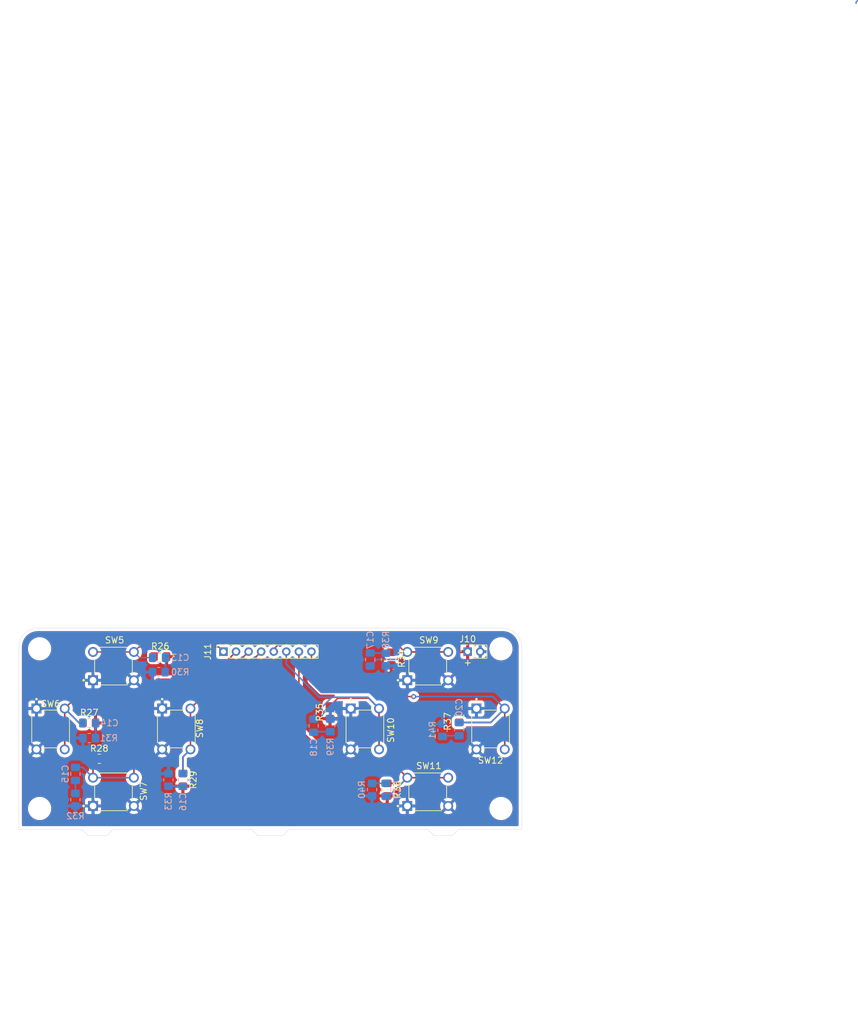
<source format=kicad_pcb>
(kicad_pcb (version 20240108) (generator "pcbnew") (generator_version "8.0")
  (layers (0 "F.Cu" signal) (31 "B.Cu" signal) (34 "B.Paste" user) (35 "F.Paste" user) (36 "B.SilkS" user "B.Silkscreen") (37 "F.SilkS" user "F.Silkscreen") (38 "B.Mask" user) (39 "F.Mask" user) (44 "Edge.Cuts" user))
  (net 0 "")
  (net 1 "GND")
  (net 2 "VDD")
  (net 3 "Net-(C13-Pad2)")
  (net 4 "Net-(C14-Pad2)")
  (net 5 "Net-(C15-Pad2)")
  (net 6 "Net-(C16-Pad2)")
  (net 7 "Net-(C17-Pad2)")
  (net 8 "Net-(C18-Pad2)")
  (net 9 "/Press buttons/Button 1")
  (net 10 "/Press buttons/Button 2")
  (net 11 "/Press buttons/Button 3")
  (net 12 "/Press buttons/Button 4")
  (net 13 "/Press buttons/Button 6")
  (net 14 "/Press buttons/Button 7")
  (net 15 "Net-(C19-Pad2)")
  (net 16 "/Press buttons/Button 8")
  (net 17 "Net-(C20-Pad2)")
  (net 18 "/Press buttons/Button 5")
  (footprint "Resistor_SMD:R_0805_2012Metric_Pad1.20x1.40mm_HandSolder" (layer "F.Cu") (at 147.206 88.909 -90)
    (property "Reference" "R35" (at 0 1.65 90) (layer "F.SilkS"))
    (property "Value" "4.7k")
    (fp_line (start -0.227064 0.735) (end 0.227064 0.735) (stroke (width 0.12)) (layer "F.SilkS"))
    (fp_line (start -0.227064 -0.735) (end 0.227064 -0.735) (stroke (width 0.12)) (layer "F.SilkS"))
    (pad "1" smd roundrect (at -1 0 270) (size 1.2 1.4) (layers "F.Cu" "F.Paste" "F.Mask") (roundrect_rratio 0.208333) (net 13 "/Press buttons/Button 6"))
    (pad "2" smd roundrect (at 1 0 270) (size 1.2 1.4) (layers "F.Cu" "F.Paste" "F.Mask") (roundrect_rratio 0.208333) (net 2 "VDD"))
  )
  (footprint "Resistor_SMD:R_0805_2012Metric_Pad1.20x1.40mm_HandSolder" (layer "F.Cu") (at 120.206 80.059)
    (property "Reference" "R26" (at 0 -1.65 0) (layer "F.SilkS"))
    (property "Value" "4.7k")
    (fp_line (start -0.227064 -0.735) (end 0.227064 -0.735) (stroke (width 0.12)) (layer "F.SilkS"))
    (fp_line (start -0.227064 0.735) (end 0.227064 0.735) (stroke (width 0.12)) (layer "F.SilkS"))
    (pad "1" smd roundrect (at -1 0) (size 1.2 1.4) (layers "F.Cu" "F.Paste" "F.Mask") (roundrect_rratio 0.208333) (net 9 "/Press buttons/Button 1"))
    (pad "2" smd roundrect (at 1 0) (size 1.2 1.4) (layers "F.Cu" "F.Paste" "F.Mask") (roundrect_rratio 0.208333) (net 2 "VDD"))
  )
  (footprint "" (layer "F.Cu") (at 101.006 78.809 -90)
    (property "Reference" "" (hide yes))
    (property "Value" "")
    (pad "" np_thru_hole circle (at 0 0 270) (size 3.2 3.2) (drill 3.2) (layers "*.Mask" "F.Cu" "In1.Cu" "In2.Cu" "B.Cu"))
  )
  (footprint "2048_footprints:SW_TL1105SPF160Q" (layer "F.Cu") (at 162.756 81.559)
    (property "Reference" "SW9" (at 0.175 -4.1275 0) (layer "F.SilkS"))
    (property "Value" "Button")
    (fp_line (start -3 -1.18) (end -3 1.18) (stroke (width 0.127)) (layer "F.SilkS"))
    (fp_line (start -2.18 -3) (end 2.18 -3) (stroke (width 0.127)) (layer "F.SilkS"))
    (fp_line (start -2.18 3) (end 2.18 3) (stroke (width 0.127)) (layer "F.SilkS"))
    (fp_line (start 3 -1.18) (end 3 1.18) (stroke (width 0.127)) (layer "F.SilkS"))
    (fp_circle (center -4.75 2.25) (end -4.65 2.25) (stroke (width 0.2)) (fill none) (layer "F.SilkS"))
    (pad "1" thru_hole rect (at -3.25 2.25) (size 1.575 1.575) (drill 1.05) (layers "*.Cu" "*.Mask") (net 1 "GND"))
    (pad "2" thru_hole circle (at 3.25 2.25) (size 1.575 1.575) (drill 1.05) (layers "*.Cu" "*.Mask") (net 1 "GND"))
    (pad "3" thru_hole circle (at -3.25 -2.25) (size 1.575 1.575) (drill 1.05) (layers "*.Cu" "*.Mask") (net 18 "/Press buttons/Button 5"))
    (pad "4" thru_hole circle (at 3.25 -2.25) (size 1.575 1.575) (drill 1.05) (layers "*.Cu" "*.Mask") (net 18 "/Press buttons/Button 5"))
  )
  (footprint "2048_footprints:SW_TL1105SPF160Q" (layer "F.Cu") (at 152.756 91.559 -90)
    (property "Reference" "SW10" (at 0.175 -4.1275 90) (layer "F.SilkS"))
    (property "Value" "Button")
    (fp_line (start -2.18 3) (end 2.18 3) (stroke (width 0.127)) (layer "F.SilkS"))
    (fp_line (start -3 -1.18) (end -3 1.18) (stroke (width 0.127)) (layer "F.SilkS"))
    (fp_line (start 3 -1.18) (end 3 1.18) (stroke (width 0.127)) (layer "F.SilkS"))
    (fp_line (start -2.18 -3) (end 2.18 -3) (stroke (width 0.127)) (layer "F.SilkS"))
    (fp_circle (center -4.75 2.25) (end -4.65 2.25) (stroke (width 0.2)) (fill none) (layer "F.SilkS"))
    (pad "1" thru_hole rect (at -3.25 2.25 270) (size 1.575 1.575) (drill 1.05) (layers "*.Cu" "*.Mask") (net 1 "GND"))
    (pad "2" thru_hole circle (at 3.25 2.25 270) (size 1.575 1.575) (drill 1.05) (layers "*.Cu" "*.Mask") (net 1 "GND"))
    (pad "3" thru_hole circle (at -3.25 -2.25 270) (size 1.575 1.575) (drill 1.05) (layers "*.Cu" "*.Mask") (net 13 "/Press buttons/Button 6"))
    (pad "4" thru_hole circle (at 3.25 -2.25 270) (size 1.575 1.575) (drill 1.05) (layers "*.Cu" "*.Mask") (net 13 "/Press buttons/Button 6"))
  )
  (footprint "" (layer "F.Cu") (at 174.406 78.809 -90)
    (property "Reference" "" (at 0 -0.15 90) (layer "F.SilkS") (effects (font (size 1.27 1.27))))
    (property "Value" "")
    (pad "" np_thru_hole circle (at 0 0 270) (size 3.2 3.2) (drill 3.2) (layers "*.Mask" "F.Cu" "In1.Cu" "In2.Cu" "B.Cu"))
  )
  (footprint "Resistor_SMD:R_0805_2012Metric_Pad1.20x1.40mm_HandSolder" (layer "F.Cu") (at 156.306 101.209 -90)
    (property "Reference" "R36" (at 0 -1.65 90) (layer "F.SilkS"))
    (property "Value" "4.7k")
    (fp_line (start -0.227064 0.735) (end 0.227064 0.735) (stroke (width 0.12)) (layer "F.SilkS"))
    (fp_line (start -0.227064 -0.735) (end 0.227064 -0.735) (stroke (width 0.12)) (layer "F.SilkS"))
    (pad "1" smd roundrect (at -1 0 270) (size 1.2 1.4) (layers "F.Cu" "F.Paste" "F.Mask") (roundrect_rratio 0.208333) (net 14 "/Press buttons/Button 7"))
    (pad "2" smd roundrect (at 1 0 270) (size 1.2 1.4) (layers "F.Cu" "F.Paste" "F.Mask") (roundrect_rratio 0.208333) (net 2 "VDD"))
  )
  (footprint "" (layer "F.Cu") (at 174.406 104.209 90)
    (property "Reference" "" (hide yes))
    (property "Value" "")
    (pad "" np_thru_hole circle (at 0 0 90) (size 3.2 3.2) (drill 3.2) (layers "*.Mask" "F.Cu" "In1.Cu" "In2.Cu" "B.Cu"))
  )
  (footprint "2048_footprints:SW_TL1105SPF160Q" (layer "F.Cu") (at 112.756 81.559)
    (property "Reference" "SW5" (at 0.175 -4.1275 0) (layer "F.SilkS"))
    (property "Value" "Button")
    (fp_line (start -3 -1.18) (end -3 1.18) (stroke (width 0.127)) (layer "F.SilkS"))
    (fp_line (start -2.18 -3) (end 2.18 -3) (stroke (width 0.127)) (layer "F.SilkS"))
    (fp_line (start -2.18 3) (end 2.18 3) (stroke (width 0.127)) (layer "F.SilkS"))
    (fp_line (start 3 -1.18) (end 3 1.18) (stroke (width 0.127)) (layer "F.SilkS"))
    (fp_circle (center -4.75 2.25) (end -4.65 2.25) (stroke (width 0.2)) (fill none) (layer "F.SilkS"))
    (pad "1" thru_hole rect (at -3.25 2.25) (size 1.575 1.575) (drill 1.05) (layers "*.Cu" "*.Mask") (net 1 "GND"))
    (pad "2" thru_hole circle (at 3.25 2.25) (size 1.575 1.575) (drill 1.05) (layers "*.Cu" "*.Mask") (net 1 "GND"))
    (pad "3" thru_hole circle (at -3.25 -2.25) (size 1.575 1.575) (drill 1.05) (layers "*.Cu" "*.Mask") (net 9 "/Press buttons/Button 1"))
    (pad "4" thru_hole circle (at 3.25 -2.25) (size 1.575 1.575) (drill 1.05) (layers "*.Cu" "*.Mask") (net 9 "/Press buttons/Button 1"))
  )
  (footprint "2048_footprints:SW_TL1105SPF160Q" (layer "F.Cu") (at 172.756 91.559 -90)
    (property "Reference" "SW12" (at 5 0 180) (layer "F.SilkS"))
    (property "Value" "Button")
    (fp_line (start -2.18 3) (end 2.18 3) (stroke (width 0.127)) (layer "F.SilkS"))
    (fp_line (start -3 -1.18) (end -3 1.18) (stroke (width 0.127)) (layer "F.SilkS"))
    (fp_line (start 3 -1.18) (end 3 1.18) (stroke (width 0.127)) (layer "F.SilkS"))
    (fp_line (start -2.18 -3) (end 2.18 -3) (stroke (width 0.127)) (layer "F.SilkS"))
    (fp_circle (center -4.75 2.25) (end -4.65 2.25) (stroke (width 0.2)) (fill none) (layer "F.SilkS"))
    (pad "1" thru_hole rect (at -3.25 2.25 270) (size 1.575 1.575) (drill 1.05) (layers "*.Cu" "*.Mask") (net 1 "GND"))
    (pad "2" thru_hole circle (at 3.25 2.25 270) (size 1.575 1.575) (drill 1.05) (layers "*.Cu" "*.Mask") (net 1 "GND"))
    (pad "3" thru_hole circle (at -3.25 -2.25 270) (size 1.575 1.575) (drill 1.05) (layers "*.Cu" "*.Mask") (net 16 "/Press buttons/Button 8"))
    (pad "4" thru_hole circle (at 3.25 -2.25 270) (size 1.575 1.575) (drill 1.05) (layers "*.Cu" "*.Mask") (net 16 "/Press buttons/Button 8"))
  )
  (footprint "" (layer "F.Cu") (at 101.006 104.209 90)
    (property "Reference" "" (at 0 0.15 90) (layer "F.SilkS") (effects (font (size 1.27 1.27))))
    (property "Value" "")
    (pad "" np_thru_hole circle (at 0 0 90) (size 3.2 3.2) (drill 3.2) (layers "*.Mask" "F.Cu" "In1.Cu" "In2.Cu" "B.Cu"))
  )
  (footprint "Resistor_SMD:R_0805_2012Metric_Pad1.20x1.40mm_HandSolder" (layer "F.Cu") (at 167.756 89.509 90)
    (property "Reference" "R37" (at -0.85 -1.85 -90) (layer "F.SilkS"))
    (property "Value" "4.7k")
    (fp_line (start -0.227064 -0.735) (end 0.227064 -0.735) (stroke (width 0.12)) (layer "F.SilkS"))
    (fp_line (start -0.227064 0.735) (end 0.227064 0.735) (stroke (width 0.12)) (layer "F.SilkS"))
    (pad "1" smd roundrect (at -1 0 90) (size 1.2 1.4) (layers "F.Cu" "F.Paste" "F.Mask") (roundrect_rratio 0.208333) (net 16 "/Press buttons/Button 8"))
    (pad "2" smd roundrect (at 1 0 90) (size 1.2 1.4) (layers "F.Cu" "F.Paste" "F.Mask") (roundrect_rratio 0.208333) (net 2 "VDD"))
  )
  (footprint "Resistor_SMD:R_0805_2012Metric_Pad1.20x1.40mm_HandSolder" (layer "F.Cu") (at 108.906 90.609)
    (property "Reference" "R27" (at 0 -1.65 0) (layer "F.SilkS"))
    (property "Value" "4.7k")
    (fp_line (start -0.227064 -0.735) (end 0.227064 -0.735) (stroke (width 0.12)) (layer "F.SilkS"))
    (fp_line (start -0.227064 0.735) (end 0.227064 0.735) (stroke (width 0.12)) (layer "F.SilkS"))
    (pad "1" smd roundrect (at -1 0) (size 1.2 1.4) (layers "F.Cu" "F.Paste" "F.Mask") (roundrect_rratio 0.208333) (net 10 "/Press buttons/Button 2"))
    (pad "2" smd roundrect (at 1 0) (size 1.2 1.4) (layers "F.Cu" "F.Paste" "F.Mask") (roundrect_rratio 0.208333) (net 2 "VDD"))
  )
  (footprint "Connector_PinSocket_2.00mm:PinSocket_1x02_P2.00mm_Vertical" (layer "F.Cu") (at 169.106 79.259 90)
    (property "Reference" "J10" (at 2 0 180) (layer "F.SilkS"))
    (property "Value" "Power conn")
    (fp_line (start 1.06 -1.06) (end 1.06 0) (stroke (width 0.12)) (layer "F.SilkS"))
    (fp_line (start 0 -1.06) (end 1.06 -1.06) (stroke (width 0.12)) (layer "F.SilkS"))
    (fp_line (start 1.06 1) (end 1.06 3.06) (stroke (width 0.12)) (layer "F.SilkS"))
    (fp_line (start -1.06 1) (end 1.06 1) (stroke (width 0.12)) (layer "F.SilkS"))
    (fp_line (start -1.06 1) (end -1.06 3.06) (stroke (width 0.12)) (layer "F.SilkS"))
    (fp_line (start -1.06 3.06) (end 1.06 3.06) (stroke (width 0.12)) (layer "F.SilkS"))
    (pad "1" thru_hole rect (at 0 0 90) (size 1.35 1.35) (drill 0.8) (layers "*.Cu" "*.Mask") (net 2 "VDD"))
    (pad "2" thru_hole oval (at 0 2 90) (size 1.35 1.35) (drill 0.8) (layers "*.Cu" "*.Mask") (net 1 "GND"))
  )
  (footprint "Connector_PinSocket_2.00mm:PinSocket_1x08_P2.00mm_Vertical" (layer "F.Cu") (at 130.256 79.259 90)
    (property "Reference" "J11" (at 0 -2.5 90) (layer "F.SilkS"))
    (property "Value" "Button conn")
    (fp_line (start 1.06 -1.06) (end 1.06 0) (stroke (width 0.12)) (layer "F.SilkS"))
    (fp_line (start 0 -1.06) (end 1.06 -1.06) (stroke (width 0.12)) (layer "F.SilkS"))
    (fp_line (start 1.06 1) (end 1.06 15.06) (stroke (width 0.12)) (layer "F.SilkS"))
    (fp_line (start -1.06 1) (end 1.06 1) (stroke (width 0.12)) (layer "F.SilkS"))
    (fp_line (start -1.06 1) (end -1.06 15.06) (stroke (width 0.12)) (layer "F.SilkS"))
    (fp_line (start -1.06 15.06) (end 1.06 15.06) (stroke (width 0.12)) (layer "F.SilkS"))
    (pad "1" thru_hole rect (at 0 0 90) (size 1.35 1.35) (drill 0.8) (layers "*.Cu" "*.Mask") (net 9 "/Press buttons/Button 1"))
    (pad "2" thru_hole oval (at 0 2 90) (size 1.35 1.35) (drill 0.8) (layers "*.Cu" "*.Mask") (net 10 "/Press buttons/Button 2"))
    (pad "3" thru_hole oval (at 0 4 90) (size 1.35 1.35) (drill 0.8) (layers "*.Cu" "*.Mask") (net 11 "/Press buttons/Button 3"))
    (pad "4" thru_hole oval (at 0 6 90) (size 1.35 1.35) (drill 0.8) (layers "*.Cu" "*.Mask") (net 12 "/Press buttons/Button 4"))
    (pad "5" thru_hole oval (at 0 8 90) (size 1.35 1.35) (drill 0.8) (layers "*.Cu" "*.Mask") (net 18 "/Press buttons/Button 5"))
    (pad "6" thru_hole oval (at 0 10 90) (size 1.35 1.35) (drill 0.8) (layers "*.Cu" "*.Mask") (net 13 "/Press buttons/Button 6"))
    (pad "7" thru_hole oval (at 0 12 90) (size 1.35 1.35) (drill 0.8) (layers "*.Cu" "*.Mask") (net 14 "/Press buttons/Button 7"))
    (pad "8" thru_hole oval (at 0 14 90) (size 1.35 1.35) (drill 0.8) (layers "*.Cu" "*.Mask") (net 16 "/Press buttons/Button 8"))
  )
  (footprint "Resistor_SMD:R_0805_2012Metric_Pad1.20x1.40mm_HandSolder" (layer "F.Cu") (at 123.806 99.659 -90)
    (property "Reference" "R29" (at 0 -1.65 90) (layer "F.SilkS"))
    (property "Value" "4.7k")
    (fp_line (start -0.227064 0.735) (end 0.227064 0.735) (stroke (width 0.12)) (layer "F.SilkS"))
    (fp_line (start -0.227064 -0.735) (end 0.227064 -0.735) (stroke (width 0.12)) (layer "F.SilkS"))
    (pad "1" smd roundrect (at -1 0 270) (size 1.2 1.4) (layers "F.Cu" "F.Paste" "F.Mask") (roundrect_rratio 0.208333) (net 12 "/Press buttons/Button 4"))
    (pad "2" smd roundrect (at 1 0 270) (size 1.2 1.4) (layers "F.Cu" "F.Paste" "F.Mask") (roundrect_rratio 0.208333) (net 2 "VDD"))
  )
  (footprint "2048_footprints:SW_TL1105SPF160Q" (layer "F.Cu") (at 162.756 101.559)
    (property "Reference" "SW11" (at 0.175 -4.1275 0) (layer "F.SilkS"))
    (property "Value" "Button")
    (fp_line (start -3 -1.18) (end -3 1.18) (stroke (width 0.127)) (layer "F.SilkS"))
    (fp_line (start -2.18 -3) (end 2.18 -3) (stroke (width 0.127)) (layer "F.SilkS"))
    (fp_line (start -2.18 3) (end 2.18 3) (stroke (width 0.127)) (layer "F.SilkS"))
    (fp_line (start 3 -1.18) (end 3 1.18) (stroke (width 0.127)) (layer "F.SilkS"))
    (fp_circle (center -4.75 2.25) (end -4.65 2.25) (stroke (width 0.2)) (fill none) (layer "F.SilkS"))
    (pad "1" thru_hole rect (at -3.25 2.25) (size 1.575 1.575) (drill 1.05) (layers "*.Cu" "*.Mask") (net 1 "GND"))
    (pad "2" thru_hole circle (at 3.25 2.25) (size 1.575 1.575) (drill 1.05) (layers "*.Cu" "*.Mask") (net 1 "GND"))
    (pad "3" thru_hole circle (at -3.25 -2.25) (size 1.575 1.575) (drill 1.05) (layers "*.Cu" "*.Mask") (net 14 "/Press buttons/Button 7"))
    (pad "4" thru_hole circle (at 3.25 -2.25) (size 1.575 1.575) (drill 1.05) (layers "*.Cu" "*.Mask") (net 14 "/Press buttons/Button 7"))
  )
  (footprint "2048_footprints:SW_TL1105SPF160Q" (layer "F.Cu") (at 122.756 91.559 -90)
    (property "Reference" "SW8" (at -0.0875 -3.725 90) (layer "F.SilkS"))
    (property "Value" "Button")
    (fp_line (start -2.18 3) (end 2.18 3) (stroke (width 0.127)) (layer "F.SilkS"))
    (fp_line (start -3 -1.18) (end -3 1.18) (stroke (width 0.127)) (layer "F.SilkS"))
    (fp_line (start 3 -1.18) (end 3 1.18) (stroke (width 0.127)) (layer "F.SilkS"))
    (fp_line (start -2.18 -3) (end 2.18 -3) (stroke (width 0.127)) (layer "F.SilkS"))
    (fp_circle (center -4.75 2.25) (end -4.65 2.25) (stroke (width 0.2)) (fill none) (layer "F.SilkS"))
    (pad "1" thru_hole rect (at -3.25 2.25 270) (size 1.575 1.575) (drill 1.05) (layers "*.Cu" "*.Mask") (net 1 "GND"))
    (pad "2" thru_hole circle (at 3.25 2.25 270) (size 1.575 1.575) (drill 1.05) (layers "*.Cu" "*.Mask") (net 1 "GND"))
    (pad "3" thru_hole circle (at -3.25 -2.25 270) (size 1.575 1.575) (drill 1.05) (layers "*.Cu" "*.Mask") (net 12 "/Press buttons/Button 4"))
    (pad "4" thru_hole circle (at 3.25 -2.25 270) (size 1.575 1.575) (drill 1.05) (layers "*.Cu" "*.Mask") (net 12 "/Press buttons/Button 4"))
  )
  (footprint "2048_footprints:SW_TL1105SPF160Q" (layer "F.Cu") (at 112.756 101.559)
    (property "Reference" "SW7" (at 4.8 -0.1 90) (layer "F.SilkS"))
    (property "Value" "Button")
    (fp_line (start -3 -1.18) (end -3 1.18) (stroke (width 0.127)) (layer "F.SilkS"))
    (fp_line (start -2.18 -3) (end 2.18 -3) (stroke (width 0.127)) (layer "F.SilkS"))
    (fp_line (start -2.18 3) (end 2.18 3) (stroke (width 0.127)) (layer "F.SilkS"))
    (fp_line (start 3 -1.18) (end 3 1.18) (stroke (width 0.127)) (layer "F.SilkS"))
    (fp_circle (center -4.75 2.25) (end -4.65 2.25) (stroke (width 0.2)) (fill none) (layer "F.SilkS"))
    (pad "1" thru_hole rect (at -3.25 2.25) (size 1.575 1.575) (drill 1.05) (layers "*.Cu" "*.Mask") (net 1 "GND"))
    (pad "2" thru_hole circle (at 3.25 2.25) (size 1.575 1.575) (drill 1.05) (layers "*.Cu" "*.Mask") (net 1 "GND"))
    (pad "3" thru_hole circle (at -3.25 -2.25) (size 1.575 1.575) (drill 1.05) (layers "*.Cu" "*.Mask") (net 11 "/Press buttons/Button 3"))
    (pad "4" thru_hole circle (at 3.25 -2.25) (size 1.575 1.575) (drill 1.05) (layers "*.Cu" "*.Mask") (net 11 "/Press buttons/Button 3"))
  )
  (footprint "2048_footprints:SW_TL1105SPF160Q" (layer "F.Cu") (at 102.756 91.559 -90)
    (property "Reference" "SW6" (at -4 0 180) (layer "F.SilkS"))
    (property "Value" "Button")
    (fp_line (start -2.18 3) (end 2.18 3) (stroke (width 0.127)) (layer "F.SilkS"))
    (fp_line (start -3 -1.18) (end -3 1.18) (stroke (width 0.127)) (layer "F.SilkS"))
    (fp_line (start 3 -1.18) (end 3 1.18) (stroke (width 0.127)) (layer "F.SilkS"))
    (fp_line (start -2.18 -3) (end 2.18 -3) (stroke (width 0.127)) (layer "F.SilkS"))
    (fp_circle (center -4.75 2.25) (end -4.65 2.25) (stroke (width 0.2)) (fill none) (layer "F.SilkS"))
    (pad "1" thru_hole rect (at -3.25 2.25 270) (size 1.575 1.575) (drill 1.05) (layers "*.Cu" "*.Mask") (net 1 "GND"))
    (pad "2" thru_hole circle (at 3.25 2.25 270) (size 1.575 1.575) (drill 1.05) (layers "*.Cu" "*.Mask") (net 1 "GND"))
    (pad "3" thru_hole circle (at -3.25 -2.25 270) (size 1.575 1.575) (drill 1.05) (layers "*.Cu" "*.Mask") (net 10 "/Press buttons/Button 2"))
    (pad "4" thru_hole circle (at 3.25 -2.25 270) (size 1.575 1.575) (drill 1.05) (layers "*.Cu" "*.Mask") (net 10 "/Press buttons/Button 2"))
  )
  (footprint "Resistor_SMD:R_0805_2012Metric_Pad1.20x1.40mm_HandSolder" (layer "F.Cu") (at 110.506 96.309)
    (property "Reference" "R28" (at 0 -1.65 0) (layer "F.SilkS"))
    (property "Value" "4.7k")
    (fp_line (start -0.227064 -0.735) (end 0.227064 -0.735) (stroke (width 0.12)) (layer "F.SilkS"))
    (fp_line (start -0.227064 0.735) (end 0.227064 0.735) (stroke (width 0.12)) (layer "F.SilkS"))
    (pad "1" smd roundrect (at -1 0) (size 1.2 1.4) (layers "F.Cu" "F.Paste" "F.Mask") (roundrect_rratio 0.208333) (net 11 "/Press buttons/Button 3"))
    (pad "2" smd roundrect (at 1 0) (size 1.2 1.4) (layers "F.Cu" "F.Paste" "F.Mask") (roundrect_rratio 0.208333) (net 2 "VDD"))
  )
  (footprint "Resistor_SMD:R_0805_2012Metric_Pad1.20x1.40mm_HandSolder" (layer "F.Cu") (at 156.956 80.359 -90)
    (property "Reference" "R34" (at 0 -1.65 90) (layer "F.SilkS"))
    (property "Value" "4.7k")
    (fp_line (start -0.227064 0.735) (end 0.227064 0.735) (stroke (width 0.12)) (layer "F.SilkS"))
    (fp_line (start -0.227064 -0.735) (end 0.227064 -0.735) (stroke (width 0.12)) (layer "F.SilkS"))
    (pad "1" smd roundrect (at -1 0 270) (size 1.2 1.4) (layers "F.Cu" "F.Paste" "F.Mask") (roundrect_rratio 0.208333) (net 18 "/Press buttons/Button 5"))
    (pad "2" smd roundrect (at 1 0 270) (size 1.2 1.4) (layers "F.Cu" "F.Paste" "F.Mask") (roundrect_rratio 0.208333) (net 2 "VDD"))
  )
  (footprint "Capacitor_SMD:C_0805_2012Metric_Pad1.18x1.45mm_HandSolder" (layer "B.Cu") (at 108.906 90.609)
    (property "Reference" "C14" (at 3.2 0 0) (layer "B.SilkS") (effects (justify mirror)))
    (property "Value" "0.1uF (DNP)")
    (fp_line (start 0.261252 -0.735) (end -0.261252 -0.735) (stroke (width 0.12)) (layer "B.SilkS"))
    (fp_line (start 0.261252 0.735) (end -0.261252 0.735) (stroke (width 0.12)) (layer "B.SilkS"))
    (pad "1" smd roundrect (at -1.0375 0) (size 1.175 1.45) (layers "B.Cu" "B.Paste" "B.Mask") (roundrect_rratio 0.212766) (net 10 "/Press buttons/Button 2"))
    (pad "2" smd roundrect (at 1.0375 0) (size 1.175 1.45) (layers "B.Cu" "B.Paste" "B.Mask") (roundrect_rratio 0.212766) (net 4 "Net-(C14-Pad2)"))
  )
  (footprint "Resistor_SMD:R_0805_2012Metric_Pad1.20x1.40mm_HandSolder" (layer "B.Cu") (at 108.906 93.009 180)
    (property "Reference" "R31" (at -3.1 0 0) (layer "B.SilkS") (effects (justify mirror)))
    (property "Value" "100R (DNP)")
    (fp_line (start 0.227064 0.735) (end -0.227064 0.735) (stroke (width 0.12)) (layer "B.SilkS"))
    (fp_line (start 0.227064 -0.735) (end -0.227064 -0.735) (stroke (width 0.12)) (layer "B.SilkS"))
    (pad "1" smd roundrect (at -1 0 180) (size 1.2 1.4) (layers "B.Cu" "B.Paste" "B.Mask") (roundrect_rratio 0.208333) (net 4 "Net-(C14-Pad2)"))
    (pad "2" smd roundrect (at 1 0 180) (size 1.2 1.4) (layers "B.Cu" "B.Paste" "B.Mask") (roundrect_rratio 0.208333) (net 1 "GND"))
  )
  (footprint "Capacitor_SMD:C_0805_2012Metric_Pad1.18x1.45mm_HandSolder" (layer "B.Cu") (at 106.706 98.709 -90)
    (property "Reference" "C15" (at 0 1.6 90) (layer "B.SilkS") (effects (justify mirror)))
    (property "Value" "0.1uF (DNP)")
    (fp_line (start 0.261252 0.735) (end -0.261252 0.735) (stroke (width 0.12)) (layer "B.SilkS"))
    (fp_line (start 0.261252 -0.735) (end -0.261252 -0.735) (stroke (width 0.12)) (layer "B.SilkS"))
    (pad "1" smd roundrect (at -1.0375 0 270) (size 1.175 1.45) (layers "B.Cu" "B.Paste" "B.Mask") (roundrect_rratio 0.212766) (net 11 "/Press buttons/Button 3"))
    (pad "2" smd roundrect (at 1.0375 0 270) (size 1.175 1.45) (layers "B.Cu" "B.Paste" "B.Mask") (roundrect_rratio 0.212766) (net 5 "Net-(C15-Pad2)"))
  )
  (footprint "Resistor_SMD:R_0805_2012Metric_Pad1.20x1.40mm_HandSolder" (layer "B.Cu") (at 119.9685 82.509 180)
    (property "Reference" "R30" (at -3.4 0 0) (layer "B.SilkS") (effects (justify mirror)))
    (property "Value" "100R (DNP)")
    (fp_line (start 0.227064 0.735) (end -0.227064 0.735) (stroke (width 0.12)) (layer "B.SilkS"))
    (fp_line (start 0.227064 -0.735) (end -0.227064 -0.735) (stroke (width 0.12)) (layer "B.SilkS"))
    (pad "1" smd roundrect (at -1 0 180) (size 1.2 1.4) (layers "B.Cu" "B.Paste" "B.Mask") (roundrect_rratio 0.208333) (net 3 "Net-(C13-Pad2)"))
    (pad "2" smd roundrect (at 1 0 180) (size 1.2 1.4) (layers "B.Cu" "B.Paste" "B.Mask") (roundrect_rratio 0.208333) (net 1 "GND"))
  )
  (footprint "Resistor_SMD:R_0805_2012Metric_Pad1.20x1.40mm_HandSolder" (layer "B.Cu") (at 147.256 90.9965 90)
    (property "Reference" "R39" (at -3.4 0 90) (layer "B.SilkS") (effects (justify mirror)))
    (property "Value" "100R (DNP)")
    (fp_line (start 0.227064 -0.735) (end -0.227064 -0.735) (stroke (width 0.12)) (layer "B.SilkS"))
    (fp_line (start 0.227064 0.735) (end -0.227064 0.735) (stroke (width 0.12)) (layer "B.SilkS"))
    (pad "1" smd roundrect (at -1 0 90) (size 1.2 1.4) (layers "B.Cu" "B.Paste" "B.Mask") (roundrect_rratio 0.208333) (net 8 "Net-(C18-Pad2)"))
    (pad "2" smd roundrect (at 1 0 90) (size 1.2 1.4) (layers "B.Cu" "B.Paste" "B.Mask") (roundrect_rratio 0.208333) (net 1 "GND"))
  )
  (footprint "Resistor_SMD:R_0805_2012Metric_Pad1.20x1.40mm_HandSolder" (layer "B.Cu") (at 153.906 101.209 -90)
    (property "Reference" "R40" (at 0 1.65 90) (layer "B.SilkS") (effects (justify mirror)))
    (property "Value" "100R (DNP)")
    (fp_line (start 0.227064 0.735) (end -0.227064 0.735) (stroke (width 0.12)) (layer "B.SilkS"))
    (fp_line (start 0.227064 -0.735) (end -0.227064 -0.735) (stroke (width 0.12)) (layer "B.SilkS"))
    (pad "1" smd roundrect (at -1 0 270) (size 1.2 1.4) (layers "B.Cu" "B.Paste" "B.Mask") (roundrect_rratio 0.208333) (net 15 "Net-(C19-Pad2)"))
    (pad "2" smd roundrect (at 1 0 270) (size 1.2 1.4) (layers "B.Cu" "B.Paste" "B.Mask") (roundrect_rratio 0.208333) (net 1 "GND"))
  )
  (footprint "Capacitor_SMD:C_0805_2012Metric_Pad1.18x1.45mm_HandSolder" (layer "B.Cu") (at 123.806 99.659 -90)
    (property "Reference" "C16" (at 3.5 0 90) (layer "B.SilkS") (effects (justify mirror)))
    (property "Value" "0.1uF (DNP)")
    (fp_line (start 0.261252 0.735) (end -0.261252 0.735) (stroke (width 0.12)) (layer "B.SilkS"))
    (fp_line (start 0.261252 -0.735) (end -0.261252 -0.735) (stroke (width 0.12)) (layer "B.SilkS"))
    (pad "1" smd roundrect (at -1.0375 0 270) (size 1.175 1.45) (layers "B.Cu" "B.Paste" "B.Mask") (roundrect_rratio 0.212766) (net 12 "/Press buttons/Button 4"))
    (pad "2" smd roundrect (at 1.0375 0 270) (size 1.175 1.45) (layers "B.Cu" "B.Paste" "B.Mask") (roundrect_rratio 0.212766) (net 6 "Net-(C16-Pad2)"))
  )
  (footprint "Resistor_SMD:R_0805_2012Metric_Pad1.20x1.40mm_HandSolder" (layer "B.Cu") (at 165.106 91.759 90)
    (property "Reference" "R41" (at 0 -1.6 90) (layer "B.SilkS") (effects (justify mirror)))
    (property "Value" "100R (DNP)")
    (fp_line (start 0.227064 -0.735) (end -0.227064 -0.735) (stroke (width 0.12)) (layer "B.SilkS"))
    (fp_line (start 0.227064 0.735) (end -0.227064 0.735) (stroke (width 0.12)) (layer "B.SilkS"))
    (pad "1" smd roundrect (at -1 0 90) (size 1.2 1.4) (layers "B.Cu" "B.Paste" "B.Mask") (roundrect_rratio 0.208333) (net 17 "Net-(C20-Pad2)"))
    (pad "2" smd roundrect (at 1 0 90) (size 1.2 1.4) (layers "B.Cu" "B.Paste" "B.Mask") (roundrect_rratio 0.208333) (net 1 "GND"))
  )
  (footprint "Capacitor_SMD:C_0805_2012Metric_Pad1.18x1.45mm_HandSolder" (layer "B.Cu") (at 153.606 80.509 90)
    (property "Reference" "C17" (at 3.1 0 90) (layer "B.SilkS") (effects (justify mirror)))
    (property "Value" "0.1uF (DNP)")
    (fp_line (start 0.261252 -0.735) (end -0.261252 -0.735) (stroke (width 0.12)) (layer "B.SilkS"))
    (fp_line (start 0.261252 0.735) (end -0.261252 0.735) (stroke (width 0.12)) (layer "B.SilkS"))
    (pad "1" smd roundrect (at -1.0375 0 90) (size 1.175 1.45) (layers "B.Cu" "B.Paste" "B.Mask") (roundrect_rratio 0.212766) (net 18 "/Press buttons/Button 5"))
    (pad "2" smd roundrect (at 1.0375 0 90) (size 1.175 1.45) (layers "B.Cu" "B.Paste" "B.Mask") (roundrect_rratio 0.212766) (net 7 "Net-(C17-Pad2)"))
  )
  (footprint "Resistor_SMD:R_0805_2012Metric_Pad1.20x1.40mm_HandSolder" (layer "B.Cu") (at 106.706 102.809 -90)
    (property "Reference" "R32" (at 2.6 0 0) (layer "B.SilkS") (effects (justify mirror)))
    (property "Value" "100R (DNP)")
    (fp_line (start 0.227064 0.735) (end -0.227064 0.735) (stroke (width 0.12)) (layer "B.SilkS"))
    (fp_line (start 0.227064 -0.735) (end -0.227064 -0.735) (stroke (width 0.12)) (layer "B.SilkS"))
    (pad "1" smd roundrect (at -1 0 270) (size 1.2 1.4) (layers "B.Cu" "B.Paste" "B.Mask") (roundrect_rratio 0.208333) (net 5 "Net-(C15-Pad2)"))
    (pad "2" smd roundrect (at 1 0 270) (size 1.2 1.4) (layers "B.Cu" "B.Paste" "B.Mask") (roundrect_rratio 0.208333) (net 1 "GND"))
  )
  (footprint "Resistor_SMD:R_0805_2012Metric_Pad1.20x1.40mm_HandSolder" (layer "B.Cu") (at 121.506 99.659 90)
    (property "Reference" "R33" (at -3.4 0 90) (layer "B.SilkS") (effects (justify mirror)))
    (property "Value" "100R (DNP)")
    (fp_line (start 0.227064 -0.735) (end -0.227064 -0.735) (stroke (width 0.12)) (layer "B.SilkS"))
    (fp_line (start 0.227064 0.735) (end -0.227064 0.735) (stroke (width 0.12)) (layer "B.SilkS"))
    (pad "1" smd roundrect (at -1 0 90) (size 1.2 1.4) (layers "B.Cu" "B.Paste" "B.Mask") (roundrect_rratio 0.208333) (net 6 "Net-(C16-Pad2)"))
    (pad "2" smd roundrect (at 1 0 90) (size 1.2 1.4) (layers "B.Cu" "B.Paste" "B.Mask") (roundrect_rratio 0.208333) (net 1 "GND"))
  )
  (footprint "Capacitor_SMD:C_0805_2012Metric_Pad1.18x1.45mm_HandSolder" (layer "B.Cu") (at 120.006 80.209)
    (property "Reference" "C13" (at 3.3625 0 0) (layer "B.SilkS") (effects (justify mirror)))
    (property "Value" "0.1uF (DNP)")
    (fp_line (start 0.261252 -0.735) (end -0.261252 -0.735) (stroke (width 0.12)) (layer "B.SilkS"))
    (fp_line (start 0.261252 0.735) (end -0.261252 0.735) (stroke (width 0.12)) (layer "B.SilkS"))
    (pad "1" smd roundrect (at -1.0375 0) (size 1.175 1.45) (layers "B.Cu" "B.Paste" "B.Mask") (roundrect_rratio 0.212766) (net 9 "/Press buttons/Button 1"))
    (pad "2" smd roundrect (at 1.0375 0) (size 1.175 1.45) (layers "B.Cu" "B.Paste" "B.Mask") (roundrect_rratio 0.212766) (net 3 "Net-(C13-Pad2)"))
  )
  (footprint "Capacitor_SMD:C_0805_2012Metric_Pad1.18x1.45mm_HandSolder" (layer "B.Cu") (at 167.756 91.5965 -90)
    (property "Reference" "C20" (at -3.45 0 90) (layer "B.SilkS") (effects (justify mirror)))
    (property "Value" "0.1uF (DNP)")
    (fp_line (start 0.261252 0.735) (end -0.261252 0.735) (stroke (width 0.12)) (layer "B.SilkS"))
    (fp_line (start 0.261252 -0.735) (end -0.261252 -0.735) (stroke (width 0.12)) (layer "B.SilkS"))
    (pad "1" smd roundrect (at -1.0375 0 270) (size 1.175 1.45) (layers "B.Cu" "B.Paste" "B.Mask") (roundrect_rratio 0.212766) (net 16 "/Press buttons/Button 8"))
    (pad "2" smd roundrect (at 1.0375 0 270) (size 1.175 1.45) (layers "B.Cu" "B.Paste" "B.Mask") (roundrect_rratio 0.212766) (net 17 "Net-(C20-Pad2)"))
  )
  (footprint "Capacitor_SMD:C_0805_2012Metric_Pad1.18x1.45mm_HandSolder" (layer "B.Cu") (at 156.106 101.2465 90)
    (property "Reference" "C19" (at 0 1.68 90) (layer "B.SilkS") (effects (justify mirror)))
    (property "Value" "0.1uF (DNP)")
    (fp_line (start 0.261252 -0.735) (end -0.261252 -0.735) (stroke (width 0.12)) (layer "B.SilkS"))
    (fp_line (start 0.261252 0.735) (end -0.261252 0.735) (stroke (width 0.12)) (layer "B.SilkS"))
    (pad "1" smd roundrect (at -1.0375 0 90) (size 1.175 1.45) (layers "B.Cu" "B.Paste" "B.Mask") (roundrect_rratio 0.212766) (net 14 "/Press buttons/Button 7"))
    (pad "2" smd roundrect (at 1.0375 0 90) (size 1.175 1.45) (layers "B.Cu" "B.Paste" "B.Mask") (roundrect_rratio 0.212766) (net 15 "Net-(C19-Pad2)"))
  )
  (footprint "Resistor_SMD:R_0805_2012Metric_Pad1.20x1.40mm_HandSolder" (layer "B.Cu") (at 156.106 80.509 -90)
    (property "Reference" "R38" (at -3.1 0 90) (layer "B.SilkS") (effects (justify mirror)))
    (property "Value" "100R (DNP)")
    (fp_line (start 0.227064 0.735) (end -0.227064 0.735) (stroke (width 0.12)) (layer "B.SilkS"))
    (fp_line (start 0.227064 -0.735) (end -0.227064 -0.735) (stroke (width 0.12)) (layer "B.SilkS"))
    (pad "1" smd roundrect (at -1 0 270) (size 1.2 1.4) (layers "B.Cu" "B.Paste" "B.Mask") (roundrect_rratio 0.208333) (net 7 "Net-(C17-Pad2)"))
    (pad "2" smd roundrect (at 1 0 270) (size 1.2 1.4) (layers "B.Cu" "B.Paste" "B.Mask") (roundrect_rratio 0.208333) (net 1 "GND"))
  )
  (footprint "Capacitor_SMD:C_0805_2012Metric_Pad1.18x1.45mm_HandSolder" (layer "B.Cu") (at 144.606 91.0465 -90)
    (property "Reference" "C18" (at 3.4375 0 90) (layer "B.SilkS") (effects (justify mirror)))
    (property "Value" "0.1uF (DNP)")
    (fp_line (start 0.261252 0.735) (end -0.261252 0.735) (stroke (width 0.12)) (layer "B.SilkS"))
    (fp_line (start 0.261252 -0.735) (end -0.261252 -0.735) (stroke (width 0.12)) (layer "B.SilkS"))
    (pad "1" smd roundrect (at -1.0375 0 270) (size 1.175 1.45) (layers "B.Cu" "B.Paste" "B.Mask") (roundrect_rratio 0.212766) (net 13 "/Press buttons/Button 6"))
    (pad "2" smd roundrect (at 1.0375 0 270) (size 1.175 1.45) (layers "B.Cu" "B.Paste" "B.Mask") (roundrect_rratio 0.212766) (net 8 "Net-(C18-Pad2)"))
  )
  (gr_line (start 111.706 108.509) (end 108.706 108.509) (stroke (width 0.05)) (layer "Edge.Cuts"))
  (gr_line (start 107.706 107.509) (end 108.706 108.509) (stroke (width 0.05)) (layer "Edge.Cuts"))
  (gr_line (start 162.712 107.509) (end 163.712 108.509) (stroke (width 0.05)) (layer "Edge.Cuts"))
  (gr_line (start 139.706 108.509) (end 135.706 108.509) (stroke (width 0.05)) (layer "Edge.Cuts"))
  (gr_line (start 140.706 107.509) (end 162.712 107.509) (stroke (width 0.05)) (layer "Edge.Cuts"))
  (gr_line (start 166.706 108.509) (end 167.706 107.509) (stroke (width 0.05)) (layer "Edge.Cuts"))
  (gr_arc (start 97.706 78.509) (mid 98.58468 76.38768) (end 100.706 75.509) (stroke (width 0.05)) (layer "Edge.Cuts"))
  (gr_line (start 134.7 107.509) (end 135.706 108.515) (stroke (width 0.05)) (layer "Edge.Cuts"))
  (gr_line (start 177.706 107.509) (end 167.706 107.509) (stroke (width 0.05)) (layer "Edge.Cuts"))
  (gr_line (start 139.706 108.509) (end 140.706 107.509) (stroke (width 0.05)) (layer "Edge.Cuts"))
  (gr_line (start 112.706 107.509) (end 134.7 107.509) (stroke (width 0.05)) (layer "Edge.Cuts"))
  (gr_line (start 100.706 75.509) (end 174.706 75.509) (stroke (width 0.05)) (layer "Edge.Cuts"))
  (gr_line (start 163.712 108.509) (end 166.706 108.509) (stroke (width 0.05)) (layer "Edge.Cuts"))
  (gr_line (start 97.706 107.509) (end 97.706 78.509) (stroke (width 0.05)) (layer "Edge.Cuts"))
  (gr_line (start 111.706 108.509) (end 112.706 107.509) (stroke (width 0.05)) (layer "Edge.Cuts"))
  (gr_line (start 177.706 107.509) (end 177.706 78.509) (stroke (width 0.05)) (layer "Edge.Cuts"))
  (gr_arc (start 174.706 75.509) (mid 176.82732 76.38768) (end 177.706 78.509) (stroke (width 0.05)) (layer "Edge.Cuts"))
  (gr_line (start 97.706 107.509) (end 107.706 107.509) (stroke (width 0.05)) (layer "Edge.Cuts"))
  (gr_text "+" (at 168.406 81.559 0) (layer "F.SilkS") (effects (font (size 1 1)) (justify left bottom)))
  (segment (start 230.9 -23.875) (end 230.9 -24.075) (width 0.2) (layer "B.Cu") (net 0))
  (segment (start 230.9 -24.075) (end 231.125 -24.3) (width 0.2) (layer "B.Cu") (net 0))
  (segment (start 121.0435 80.209) (end 121.0435 82.434) (width 0.25) (layer "B.Cu") (net 3))
  (segment (start 121.0435 82.434) (end 120.9685 82.509) (width 0.25) (layer "B.Cu") (net 3))
  (segment (start 109.9435 90.609) (end 109.9435 92.9715) (width 0.25) (layer "B.Cu") (net 4))
  (segment (start 109.9435 92.9715) (end 109.906 93.009) (width 0.25) (layer "B.Cu") (net 4))
  (segment (start 109.906 90.6465) (end 109.9435 90.609) (width 0.25) (layer "B.Cu") (net 4))
  (segment (start 106.706 99.7465) (end 106.706 101.809) (width 0.25) (layer "B.Cu") (net 5))
  (segment (start 121.506 100.659) (end 123.7685 100.659) (width 0.25) (layer "B.Cu") (net 6))
  (segment (start 123.7685 100.659) (end 123.806 100.6965) (width 0.25) (layer "B.Cu") (net 6))
  (segment (start 156.0685 79.4715) (end 156.106 79.509) (width 0.25) (layer "B.Cu") (net 7))
  (segment (start 153.606 79.4715) (end 156.0685 79.4715) (width 0.25) (layer "B.Cu") (net 7))
  (segment (start 147.256 91.9965) (end 144.6935 91.9965) (width 0.25) (layer "B.Cu") (net 8))
  (segment (start 144.6935 91.9965) (end 144.606 92.084) (width 0.25) (layer "B.Cu") (net 8))
  (segment (start 119.206 80.059) (end 120.7435 78.5215) (width 0.2) (layer "F.Cu") (net 9))
  (segment (start 129.5185 78.5215) (end 130.256 79.259) (width 0.2) (layer "F.Cu") (net 9))
  (segment (start 116.006 79.309) (end 116.7935 78.5215) (width 0.2) (layer "F.Cu") (net 9))
  (segment (start 120.7435 78.5215) (end 120.87 78.5215) (width 0.2) (layer "F.Cu") (net 9))
  (segment (start 116.7935 78.5215) (end 120.87 78.5215) (width 0.2) (layer "F.Cu") (net 9))
  (segment (start 109.506 79.309) (end 116.006 79.309) (width 0.2) (layer "F.Cu") (net 9))
  (segment (start 120.87 78.5215) (end 129.5185 78.5215) (width 0.2) (layer "F.Cu") (net 9))
  (segment (start 116.906 80.209) (end 116.006 79.309) (width 0.2) (layer "B.Cu") (net 9))
  (segment (start 118.9685 80.209) (end 116.906 80.209) (width 0.2) (layer "B.Cu") (net 9))
  (segment (start 107.806 90.609) (end 107.306 90.609) (width 0.25) (layer "F.Cu") (net 10))
  (segment (start 129.656 81.859) (end 132.256 79.259) (width 0.25) (layer "F.Cu") (net 10))
  (segment (start 105.006 88.309) (end 105.006 94.809) (width 0.25) (layer "F.Cu") (net 10))
  (segment (start 119.656 83.659) (end 126.256 83.659) (width 0.25) (layer "F.Cu") (net 10))
  (segment (start 107.306 90.609) (end 105.006 88.309) (width 0.25) (layer "F.Cu") (net 10))
  (segment (start 126.256 83.659) (end 128.056 81.859) (width 0.25) (layer "F.Cu") (net 10))
  (segment (start 117.256 86.059) (end 119.656 83.659) (width 0.25) (layer "F.Cu") (net 10))
  (segment (start 107.256 86.059) (end 117.256 86.059) (width 0.25) (layer "F.Cu") (net 10))
  (segment (start 105.006 88.309) (end 107.256 86.059) (width 0.25) (layer "F.Cu") (net 10))
  (segment (start 128.056 81.859) (end 129.656 81.859) (width 0.25) (layer "F.Cu") (net 10))
  (segment (start 107.306 90.609) (end 107.8685 90.609) (width 0.25) (layer "B.Cu") (net 10))
  (segment (start 105.006 88.309) (end 107.306 90.609) (width 0.25) (layer "B.Cu") (net 10))
  (segment (start 128.756 82.659) (end 130.856 82.659) (width 0.25) (layer "F.Cu") (net 11))
  (segment (start 130.856 82.659) (end 134.256 79.259) (width 0.25) (layer "F.Cu") (net 11))
  (segment (start 120.056 85.059) (end 126.356 85.059) (width 0.25) (layer "F.Cu") (net 11))
  (segment (start 126.356 85.059) (end 128.756 82.659) (width 0.25) (layer "F.Cu") (net 11))
  (segment (start 116.006 99.309) (end 116.006 89.109) (width 0.25) (layer "F.Cu") (net 11))
  (segment (start 116.006 89.109) (end 120.056 85.059) (width 0.25) (layer "F.Cu") (net 11))
  (segment (start 109.506 96.309) (end 109.506 99.309) (width 0.25) (layer "F.Cu") (net 11))
  (segment (start 109.506 99.309) (end 116.006 99.309) (width 0.25) (layer "B.Cu") (net 11))
  (segment (start 106.706 97.6715) (end 107.8685 97.6715) (width 0.25) (layer "B.Cu") (net 11))
  (segment (start 107.8685 97.6715) (end 109.506 99.309) (width 0.25) (layer "B.Cu") (net 11))
  (segment (start 125.006 94.809) (end 125.006 88.309) (width 0.25) (layer "F.Cu") (net 12))
  (segment (start 131.915 83.6) (end 136.256 79.259) (width 0.25) (layer "F.Cu") (net 12))
  (segment (start 125.006 88.309) (end 129.715 83.6) (width 0.25) (layer "F.Cu") (net 12))
  (segment (start 123.806 98.659) (end 123.806 96.009) (width 0.25) (layer "F.Cu") (net 12))
  (segment (start 129.715 83.6) (end 131.915 83.6) (width 0.25) (layer "F.Cu") (net 12))
  (segment (start 123.806 96.009) (end 125.006 94.809) (width 0.25) (layer "F.Cu") (net 12))
  (segment (start 123.806 98.6215) (end 123.806 96.009) (width 0.25) (layer "B.Cu") (net 12))
  (segment (start 123.806 96.009) (end 125.006 94.809) (width 0.25) (layer "B.Cu") (net 12))
  (segment (start 153.356 86.659) (end 155.006 88.309) (width 0.25) (layer "F.Cu") (net 13))
  (segment (start 155.006 88.309) (end 155.006 94.809) (width 0.25) (layer "F.Cu") (net 13))
  (segment (start 148.456 86.659) (end 153.356 86.659) (width 0.25) (layer "F.Cu") (net 13))
  (segment (start 147.206 87.909) (end 148.456 86.659) (width 0.25) (layer "F.Cu") (net 13))
  (segment (start 153.206 86.509) (end 155.006 88.309) (width 0.25) (layer "B.Cu") (net 13))
  (segment (start 147.506 86.509) (end 145.506 86.509) (width 0.25) (layer "B.Cu") (net 13))
  (segment (start 147.506 86.509) (end 153.206 86.509) (width 0.25) (layer "B.Cu") (net 13))
  (segment (start 145.506 86.509) (end 140.256 81.259) (width 0.25) (layer "B.Cu") (net 13))
  (segment (start 144.606 90.009) (end 144.606 89.409) (width 0.25) (layer "B.Cu") (net 13))
  (segment (start 144.606 89.409) (end 147.506 86.509) (width 0.25) (layer "B.Cu") (net 13))
  (segment (start 140.256 81.259) (end 140.256 79.259) (width 0.25) (layer "B.Cu") (net 13))
  (segment (start 148.956 98.159) (end 158.356 98.159) (width 0.25) (layer "F.Cu") (net 14))
  (segment (start 156.306 100.209) (end 158.606 100.209) (width 0.25) (layer "F.Cu") (net 14))
  (segment (start 142.256 91.459) (end 148.956 98.159) (width 0.25) (layer "F.Cu") (net 14))
  (segment (start 159.506 99.309) (end 166.006 99.309) (width 0.25) (layer "F.Cu") (net 14))
  (segment (start 158.356 98.159) (end 159.506 99.309) (width 0.25) (layer "F.Cu") (net 14))
  (segment (start 142.256 79.259) (end 142.256 91.459) (width 0.25) (layer "F.Cu") (net 14))
  (segment (start 158.606 100.209) (end 159.506 99.309) (width 0.25) (layer "F.Cu") (net 14))
  (segment (start 156.531 102.284) (end 159.506 99.309) (width 0.25) (layer "B.Cu") (net 14))
  (segment (start 156.106 102.284) (end 156.531 102.284) (width 0.25) (layer "B.Cu") (net 14))
  (segment (start 156.106 100.209) (end 153.906 100.209) (width 0.25) (layer "B.Cu") (net 15))
  (segment (start 160.506 86.409) (end 155.156 86.409) (width 0.25) (layer "F.Cu") (net 16))
  (segment (start 155.156 86.409) (end 154.206 85.459) (width 0.25) (layer "F.Cu") (net 16))
  (segment (start 145.856 85.459) (end 144.256 83.859) (width 0.25) (layer "F.Cu") (net 16))
  (segment (start 144.256 83.859) (end 144.256 79.259) (width 0.25) (layer "F.Cu") (net 16))
  (segment (start 167.606 90.509) (end 172.806 90.509) (width 0.25) (layer "F.Cu") (net 16))
  (segment (start 175.006 88.309) (end 175.006 94.809) (width 0.25) (layer "F.Cu") (net 16))
  (segment (start 154.206 85.459) (end 145.856 85.459) (width 0.25) (layer "F.Cu") (net 16))
  (segment (start 172.806 90.509) (end 175.006 88.309) (width 0.25) (layer "F.Cu") (net 16))
  (via (at 160.506 86.409) (size 0.8) (drill 0.4) (layers "F.Cu" "B.Cu") (net 16))
  (segment (start 167.756 90.559) (end 172.756 90.559) (width 0.25) (layer "B.Cu") (net 16))
  (segment (start 172.756 90.559) (end 175.006 88.309) (width 0.25) (layer "B.Cu") (net 16))
  (segment (start 160.506 86.409) (end 173.106 86.409) (width 0.25) (layer "B.Cu") (net 16))
  (segment (start 173.106 86.409) (end 175.006 88.309) (width 0.25) (layer "B.Cu") (net 16))
  (segment (start 165.216 92.634) (end 167.756 92.634) (width 0.25) (layer "B.Cu") (net 17))
  (segment (start 157.106 79.509) (end 159.306 79.509) (width 0.25) (layer "F.Cu") (net 18))
  (segment (start 159.306 79.509) (end 159.506 79.309) (width 0.25) (layer "F.Cu") (net 18))
  (segment (start 159.506 79.309) (end 166.006 79.309) (width 0.25) (layer "F.Cu") (net 18))
  (segment (start 157.156 77.359) (end 159.106 79.309) (width 0.25) (layer "F.Cu") (net 18))
  (segment (start 156.956 79.359) (end 157.106 79.509) (width 0.25) (layer "F.Cu") (net 18))
  (segment (start 139.756 77.359) (end 157.156 77.359) (width 0.25) (layer "F.Cu") (net 18))
  (segment (start 137.856 79.259) (end 139.756 77.359) (width 0.25) (layer "F.Cu") (net 18))
  (segment (start 158.306 80.509) (end 159.506 79.309) (width 0.25) (layer "B.Cu") (net 18))
  (segment (start 153.606 81.5465) (end 154.6435 80.509) (width 0.25) (layer "B.Cu") (net 18))
  (segment (start 154.6435 80.509) (end 158.306 80.509) (width 0.25) (layer "B.Cu") (net 18))
  (segment (start 153.5435 81.5465) (end 153.506 81.509) (width 0.25) (layer "B.Cu") (net 18))
  (zone (net 2) (net_name "VDD") (layer "F.Cu") (priority 2) (connect_pads (clearance 0.5)) (min_thickness 0.25) (fill yes (thermal_gap 0.5) (thermal_bridge_width 0.5))
    (polygon (pts (xy 94.706 72.509) (xy 94.706 138.509) (xy 179.706 138.509) (xy 179.706 72.509)))
  )
  (zone (net 0) (net_name "") (layers "F&B.Cu" "User.4") (connect_pads (clearance 0)) (min_thickness 0.25)
    (keepout (tracks not_allowed) (vias not_allowed) (pads not_allowed) (copperpour not_allowed) (footprints allowed))
    (fill (thermal_gap 0.5) (thermal_bridge_width 0.5))
    (polygon (pts (xy 97.706 107) (xy 97.706 110.009) (xy 177.706 110.009) (xy 177.706 107)))
  )
  (zone (net 1) (net_name "GND") (layer "B.Cu") (priority 2) (connect_pads (clearance 0.5)) (min_thickness 0.25) (fill yes (thermal_gap 0.5) (thermal_bridge_width 0.5))
    (polygon (pts (xy 94.706 72.509) (xy 94.706 138.509) (xy 179.706 138.509) (xy 179.706 72.509)))
  )
)
</source>
